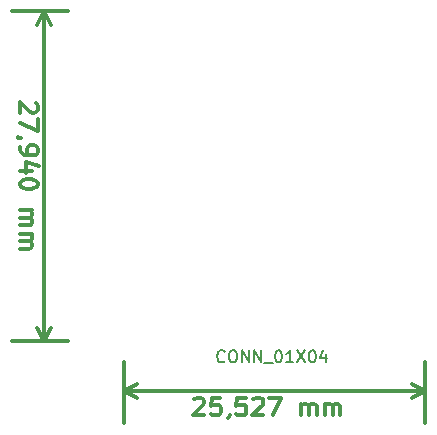
<source format=gbr>
G04 #@! TF.FileFunction,Other,Fab,Top*
%FSLAX46Y46*%
G04 Gerber Fmt 4.6, Leading zero omitted, Abs format (unit mm)*
G04 Created by KiCad (PCBNEW 4.0.5) date 04/10/19 11:09:58*
%MOMM*%
%LPD*%
G01*
G04 APERTURE LIST*
%ADD10C,0.100000*%
%ADD11C,0.300000*%
%ADD12C,0.150000*%
G04 APERTURE END LIST*
D10*
D11*
X131433971Y-70493715D02*
X131505400Y-70565144D01*
X131576829Y-70708001D01*
X131576829Y-71065144D01*
X131505400Y-71208001D01*
X131433971Y-71279430D01*
X131291114Y-71350858D01*
X131148257Y-71350858D01*
X130933971Y-71279430D01*
X130076829Y-70422287D01*
X130076829Y-71350858D01*
X131576829Y-71850858D02*
X131576829Y-72850858D01*
X130076829Y-72208001D01*
X130148257Y-73493714D02*
X130076829Y-73493714D01*
X129933971Y-73422286D01*
X129862543Y-73350857D01*
X130076829Y-74208000D02*
X130076829Y-74493715D01*
X130148257Y-74636572D01*
X130219686Y-74708000D01*
X130433971Y-74850858D01*
X130719686Y-74922286D01*
X131291114Y-74922286D01*
X131433971Y-74850858D01*
X131505400Y-74779429D01*
X131576829Y-74636572D01*
X131576829Y-74350858D01*
X131505400Y-74208000D01*
X131433971Y-74136572D01*
X131291114Y-74065143D01*
X130933971Y-74065143D01*
X130791114Y-74136572D01*
X130719686Y-74208000D01*
X130648257Y-74350858D01*
X130648257Y-74636572D01*
X130719686Y-74779429D01*
X130791114Y-74850858D01*
X130933971Y-74922286D01*
X131076829Y-76208000D02*
X130076829Y-76208000D01*
X131648257Y-75850857D02*
X130576829Y-75493714D01*
X130576829Y-76422286D01*
X131576829Y-77279428D02*
X131576829Y-77422285D01*
X131505400Y-77565142D01*
X131433971Y-77636571D01*
X131291114Y-77708000D01*
X131005400Y-77779428D01*
X130648257Y-77779428D01*
X130362543Y-77708000D01*
X130219686Y-77636571D01*
X130148257Y-77565142D01*
X130076829Y-77422285D01*
X130076829Y-77279428D01*
X130148257Y-77136571D01*
X130219686Y-77065142D01*
X130362543Y-76993714D01*
X130648257Y-76922285D01*
X131005400Y-76922285D01*
X131291114Y-76993714D01*
X131433971Y-77065142D01*
X131505400Y-77136571D01*
X131576829Y-77279428D01*
X130076829Y-79565142D02*
X131076829Y-79565142D01*
X130933971Y-79565142D02*
X131005400Y-79636570D01*
X131076829Y-79779428D01*
X131076829Y-79993713D01*
X131005400Y-80136570D01*
X130862543Y-80207999D01*
X130076829Y-80207999D01*
X130862543Y-80207999D02*
X131005400Y-80279428D01*
X131076829Y-80422285D01*
X131076829Y-80636570D01*
X131005400Y-80779428D01*
X130862543Y-80850856D01*
X130076829Y-80850856D01*
X130076829Y-81565142D02*
X131076829Y-81565142D01*
X130933971Y-81565142D02*
X131005400Y-81636570D01*
X131076829Y-81779428D01*
X131076829Y-81993713D01*
X131005400Y-82136570D01*
X130862543Y-82207999D01*
X130076829Y-82207999D01*
X130862543Y-82207999D02*
X131005400Y-82279428D01*
X131076829Y-82422285D01*
X131076829Y-82636570D01*
X131005400Y-82779428D01*
X130862543Y-82850856D01*
X130076829Y-82850856D01*
X132105400Y-62738000D02*
X132105400Y-90678000D01*
X134137400Y-62738000D02*
X129405400Y-62738000D01*
X134137400Y-90678000D02*
X129405400Y-90678000D01*
X132105400Y-90678000D02*
X131518979Y-89551496D01*
X132105400Y-90678000D02*
X132691821Y-89551496D01*
X132105400Y-62738000D02*
X131518979Y-63864504D01*
X132105400Y-62738000D02*
X132691821Y-63864504D01*
X144814115Y-95587429D02*
X144885544Y-95516000D01*
X145028401Y-95444571D01*
X145385544Y-95444571D01*
X145528401Y-95516000D01*
X145599830Y-95587429D01*
X145671258Y-95730286D01*
X145671258Y-95873143D01*
X145599830Y-96087429D01*
X144742687Y-96944571D01*
X145671258Y-96944571D01*
X147028401Y-95444571D02*
X146314115Y-95444571D01*
X146242686Y-96158857D01*
X146314115Y-96087429D01*
X146456972Y-96016000D01*
X146814115Y-96016000D01*
X146956972Y-96087429D01*
X147028401Y-96158857D01*
X147099829Y-96301714D01*
X147099829Y-96658857D01*
X147028401Y-96801714D01*
X146956972Y-96873143D01*
X146814115Y-96944571D01*
X146456972Y-96944571D01*
X146314115Y-96873143D01*
X146242686Y-96801714D01*
X147814114Y-96873143D02*
X147814114Y-96944571D01*
X147742686Y-97087429D01*
X147671257Y-97158857D01*
X149171258Y-95444571D02*
X148456972Y-95444571D01*
X148385543Y-96158857D01*
X148456972Y-96087429D01*
X148599829Y-96016000D01*
X148956972Y-96016000D01*
X149099829Y-96087429D01*
X149171258Y-96158857D01*
X149242686Y-96301714D01*
X149242686Y-96658857D01*
X149171258Y-96801714D01*
X149099829Y-96873143D01*
X148956972Y-96944571D01*
X148599829Y-96944571D01*
X148456972Y-96873143D01*
X148385543Y-96801714D01*
X149814114Y-95587429D02*
X149885543Y-95516000D01*
X150028400Y-95444571D01*
X150385543Y-95444571D01*
X150528400Y-95516000D01*
X150599829Y-95587429D01*
X150671257Y-95730286D01*
X150671257Y-95873143D01*
X150599829Y-96087429D01*
X149742686Y-96944571D01*
X150671257Y-96944571D01*
X151171257Y-95444571D02*
X152171257Y-95444571D01*
X151528400Y-96944571D01*
X153885542Y-96944571D02*
X153885542Y-95944571D01*
X153885542Y-96087429D02*
X153956970Y-96016000D01*
X154099828Y-95944571D01*
X154314113Y-95944571D01*
X154456970Y-96016000D01*
X154528399Y-96158857D01*
X154528399Y-96944571D01*
X154528399Y-96158857D02*
X154599828Y-96016000D01*
X154742685Y-95944571D01*
X154956970Y-95944571D01*
X155099828Y-96016000D01*
X155171256Y-96158857D01*
X155171256Y-96944571D01*
X155885542Y-96944571D02*
X155885542Y-95944571D01*
X155885542Y-96087429D02*
X155956970Y-96016000D01*
X156099828Y-95944571D01*
X156314113Y-95944571D01*
X156456970Y-96016000D01*
X156528399Y-96158857D01*
X156528399Y-96944571D01*
X156528399Y-96158857D02*
X156599828Y-96016000D01*
X156742685Y-95944571D01*
X156956970Y-95944571D01*
X157099828Y-96016000D01*
X157171256Y-96158857D01*
X157171256Y-96944571D01*
X164363400Y-94868999D02*
X138836400Y-94868999D01*
X164363400Y-92456000D02*
X164363400Y-97568999D01*
X138836400Y-92456000D02*
X138836400Y-97568999D01*
X138836400Y-94868999D02*
X139962904Y-94282578D01*
X138836400Y-94868999D02*
X139962904Y-95455420D01*
X164363400Y-94868999D02*
X163236896Y-94282578D01*
X164363400Y-94868999D02*
X163236896Y-95455420D01*
D12*
X147385591Y-92346143D02*
X147337972Y-92393762D01*
X147195115Y-92441381D01*
X147099877Y-92441381D01*
X146957019Y-92393762D01*
X146861781Y-92298524D01*
X146814162Y-92203286D01*
X146766543Y-92012810D01*
X146766543Y-91869952D01*
X146814162Y-91679476D01*
X146861781Y-91584238D01*
X146957019Y-91489000D01*
X147099877Y-91441381D01*
X147195115Y-91441381D01*
X147337972Y-91489000D01*
X147385591Y-91536619D01*
X148004638Y-91441381D02*
X148195115Y-91441381D01*
X148290353Y-91489000D01*
X148385591Y-91584238D01*
X148433210Y-91774714D01*
X148433210Y-92108048D01*
X148385591Y-92298524D01*
X148290353Y-92393762D01*
X148195115Y-92441381D01*
X148004638Y-92441381D01*
X147909400Y-92393762D01*
X147814162Y-92298524D01*
X147766543Y-92108048D01*
X147766543Y-91774714D01*
X147814162Y-91584238D01*
X147909400Y-91489000D01*
X148004638Y-91441381D01*
X148861781Y-92441381D02*
X148861781Y-91441381D01*
X149433210Y-92441381D01*
X149433210Y-91441381D01*
X149909400Y-92441381D02*
X149909400Y-91441381D01*
X150480829Y-92441381D01*
X150480829Y-91441381D01*
X150718924Y-92536619D02*
X151480829Y-92536619D01*
X151909400Y-91441381D02*
X152004639Y-91441381D01*
X152099877Y-91489000D01*
X152147496Y-91536619D01*
X152195115Y-91631857D01*
X152242734Y-91822333D01*
X152242734Y-92060429D01*
X152195115Y-92250905D01*
X152147496Y-92346143D01*
X152099877Y-92393762D01*
X152004639Y-92441381D01*
X151909400Y-92441381D01*
X151814162Y-92393762D01*
X151766543Y-92346143D01*
X151718924Y-92250905D01*
X151671305Y-92060429D01*
X151671305Y-91822333D01*
X151718924Y-91631857D01*
X151766543Y-91536619D01*
X151814162Y-91489000D01*
X151909400Y-91441381D01*
X153195115Y-92441381D02*
X152623686Y-92441381D01*
X152909400Y-92441381D02*
X152909400Y-91441381D01*
X152814162Y-91584238D01*
X152718924Y-91679476D01*
X152623686Y-91727095D01*
X153528448Y-91441381D02*
X154195115Y-92441381D01*
X154195115Y-91441381D02*
X153528448Y-92441381D01*
X154766543Y-91441381D02*
X154861782Y-91441381D01*
X154957020Y-91489000D01*
X155004639Y-91536619D01*
X155052258Y-91631857D01*
X155099877Y-91822333D01*
X155099877Y-92060429D01*
X155052258Y-92250905D01*
X155004639Y-92346143D01*
X154957020Y-92393762D01*
X154861782Y-92441381D01*
X154766543Y-92441381D01*
X154671305Y-92393762D01*
X154623686Y-92346143D01*
X154576067Y-92250905D01*
X154528448Y-92060429D01*
X154528448Y-91822333D01*
X154576067Y-91631857D01*
X154623686Y-91536619D01*
X154671305Y-91489000D01*
X154766543Y-91441381D01*
X155957020Y-91774714D02*
X155957020Y-92441381D01*
X155718924Y-91393762D02*
X155480829Y-92108048D01*
X156099877Y-92108048D01*
M02*

</source>
